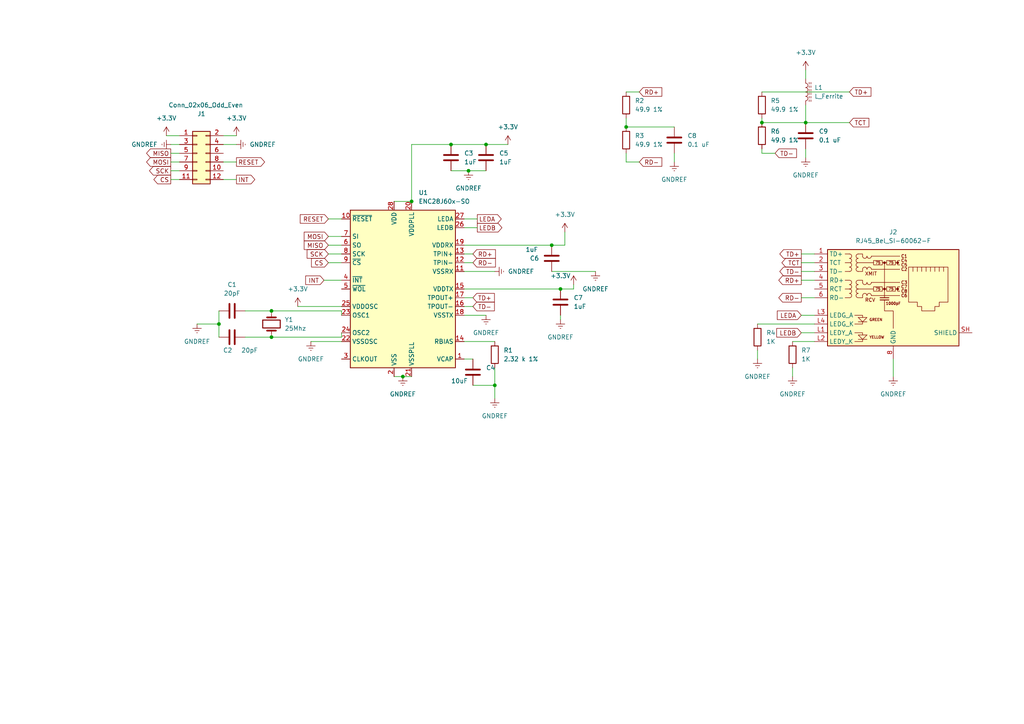
<source format=kicad_sch>
(kicad_sch (version 20211123) (generator eeschema)
  (paper "A4")
  (title_block (title "Modulo Ethernet") (date "21/04/2023") (comment 1 "Claucio Rosa"))
  (lib_symbols
    (symbol "Connector:RJ45_Bel_SI-60062-F"
      (property "Reference" "J" (at 19.05 15.24 0))
      (property "Value" "RJ45_Bel_SI-60062-F" (at -19.05 15.24 0))
      (symbol "RJ45_Bel_SI-60062-F_0_0"
        (circle (center -2.54 2.54) (radius 0.254) (stroke (width 0.254)) (fill (type outline)))
        (circle (center -2.54 10.16) (radius 0.254) (stroke (width 0.254)) (fill (type outline)))
        (polyline (pts (xy -7.62 -12.065) (xy -10.16 -12.065)))
        (polyline (pts (xy -7.62 -6.985) (xy -10.16 -6.985)))
        (polyline (pts (xy -2.54 10.16) (xy -2.54 0)))
        (polyline (pts (xy -1.27 -0.635) (xy -3.81 -0.635)) (stroke (width 0.254)))
        (polyline (pts (xy -1.27 0) (xy -3.81 0)) (stroke (width 0.254)))
        (polyline (pts (xy 1.27 2.54) (xy 0.635 2.54)))
        (polyline (pts (xy 1.27 10.16) (xy 0.635 10.16)))
        (polyline (pts (xy -11.176 -12.7) (xy -8.89 -12.7) (xy -8.89 -12.065)))
        (polyline (pts (xy -11.176 -10.16) (xy -8.89 -10.16) (xy -8.89 -10.795)))
        (polyline (pts (xy -11.176 -5.08) (xy -8.89 -5.08) (xy -8.89 -5.715)))
        (polyline (pts (xy -8.89 -6.985) (xy -8.89 -7.62) (xy -11.176 -7.62)))
        (polyline (pts (xy -10.16 -5.715) (xy -7.62 -5.715) (xy -8.89 -6.985) (xy -10.16 -5.715)))
        (polyline (pts (xy -7.62 -10.795) (xy -10.16 -10.795) (xy -8.89 -12.065) (xy -7.62 -10.795)))
        (polyline (pts (xy -2.54 -0.635) (xy -2.54 -3.81) (xy 0 -3.81) (xy 0 -8.89)))
        (polyline (pts (xy 1.905 3.175) (xy 1.27 3.175) (xy 1.27 1.905) (xy 1.905 1.905)))
        (polyline (pts (xy 1.905 10.795) (xy 1.27 10.795) (xy 1.27 9.525) (xy 1.905 9.525)))
        (circle (center 1.27 2.54) (radius 0.254) (stroke (width 0.254)) (fill (type outline)))
        (circle (center 1.27 10.16) (radius 0.254) (stroke (width 0.254)) (fill (type outline)))
        (text "1000pF" (at 0 -1.651 0) (effects (font (size 0.762 0.762))))
        (text "75" (at -4.445 2.54 0) (effects (font (size 0.762 0.762))))
        (text "75" (at -4.445 10.16 0) (effects (font (size 0.762 0.762))))
        (text "75" (at -0.635 2.54 0) (effects (font (size 0.762 0.762))))
        (text "75" (at -0.635 10.16 0) (effects (font (size 0.762 0.762))))
        (text "C1" (at 3.175 12.065 0) (effects (font (size 0.889 0.889))))
        (text "C2" (at 3.175 8.255 0) (effects (font (size 0.889 0.889))))
        (text "C3" (at 3.175 4.445 0) (effects (font (size 0.889 0.889))))
        (text "C4" (at 3.175 10.795 0) (effects (font (size 0.889 0.889))))
        (text "C5" (at 3.175 9.525 0) (effects (font (size 0.889 0.889))))
        (text "C6" (at 3.175 0.635 0) (effects (font (size 0.889 0.889))))
        (text "C7" (at 3.175 3.175 0) (effects (font (size 0.889 0.889))))
        (text "C8" (at 3.175 1.905 0) (effects (font (size 0.889 0.889))))
        (text "GREEN" (at -6.985 -6.35 0) (effects (font (size 0.762 0.762)) (justify left)))
        (text "RCV" (at -8.255 -0.635 0) (effects (font (size 1.016 1.016)) (justify left)))
        (text "XMIT" (at -8.255 6.985 0) (effects (font (size 1.016 1.016)) (justify left)))
        (text "YELLOW" (at -6.985 -11.43 0) (effects (font (size 0.762 0.762)) (justify left)))
      )
      (symbol "RJ45_Bel_SI-60062-F_0_1"
        (rectangle (start -19.05 -13.97) (end 19.05 13.97) (stroke (width 0.254)) (fill (type background)))
        (arc (start -12.7 0) (mid -12.065 0.635) (end -12.7 1.27))
        (arc (start -12.7 1.27) (mid -12.065 1.905) (end -12.7 2.54))
        (arc (start -12.7 2.54) (mid -12.065 3.175) (end -12.7 3.81))
        (arc (start -12.7 3.81) (mid -12.065 4.445) (end -12.7 5.08))
        (arc (start -12.7 7.62) (mid -12.065 8.255) (end -12.7 8.89))
        (arc (start -12.7 8.89) (mid -12.065 9.525) (end -12.7 10.16))
        (arc (start -12.7 10.16) (mid -12.065 10.795) (end -12.7 11.43))
        (arc (start -12.7 11.43) (mid -12.065 12.065) (end -12.7 12.7))
        (arc (start -10.16 1.27) (mid -10.795 0.635) (end -10.16 0))
        (arc (start -10.16 2.54) (mid -10.795 1.905) (end -10.16 1.27))
        (arc (start -10.16 3.81) (mid -10.795 3.175) (end -10.16 2.54))
        (arc (start -10.16 5.08) (mid -10.795 4.445) (end -10.16 3.81))
        (arc (start -10.16 8.89) (mid -10.795 8.255) (end -10.16 7.62))
        (arc (start -10.16 10.16) (mid -10.795 9.525) (end -10.16 8.89))
        (arc (start -10.16 11.43) (mid -10.795 10.795) (end -10.16 10.16))
        (arc (start -10.16 12.7) (mid -10.795 12.065) (end -10.16 11.43))
        (arc (start -8.89 4.445) (mid -8.255 3.81) (end -7.62 4.445))
        (arc (start -8.89 12.065) (mid -8.255 11.43) (end -7.62 12.065))
        (arc (start -7.62 0.635) (mid -8.255 1.27) (end -8.89 0.635))
        (arc (start -7.62 4.445) (mid -6.985 3.81) (end -6.35 4.445))
        (arc (start -7.62 8.255) (mid -8.255 8.89) (end -8.89 8.255))
        (arc (start -7.62 12.065) (mid -6.985 11.43) (end -6.35 12.065))
        (arc (start -6.35 0.635) (mid -6.985 1.27) (end -7.62 0.635))
        (arc (start -6.35 8.255) (mid -6.985 8.89) (end -7.62 8.255))
        (rectangle (start -5.715 3.175) (end -3.175 1.905))
        (rectangle (start -5.715 10.795) (end -3.175 9.525))
        (rectangle (start -1.905 3.175) (end 0.635 1.905))
        (rectangle (start -1.905 10.795) (end 0.635 9.525))
        (polyline (pts (xy -12.7 0) (xy -13.97 0)))
        (polyline (pts (xy -12.7 2.54) (xy -13.97 2.54)))
        (polyline (pts (xy -12.7 5.08) (xy -13.97 5.08)))
        (polyline (pts (xy -12.7 7.62) (xy -13.97 7.62)))
        (polyline (pts (xy -12.7 10.16) (xy -13.97 10.16)))
        (polyline (pts (xy -12.7 12.7) (xy -13.97 12.7)))
        (polyline (pts (xy -6.35 0.635) (xy 1.905 0.635)))
        (polyline (pts (xy -6.35 4.445) (xy 1.905 4.445)))
        (polyline (pts (xy -6.35 8.255) (xy 1.905 8.255)))
        (polyline (pts (xy -6.35 12.065) (xy 1.905 12.065)))
        (polyline (pts (xy -5.715 2.54) (xy -10.16 2.54)))
        (polyline (pts (xy -5.715 10.16) (xy -10.16 10.16)))
        (polyline (pts (xy -3.175 2.54) (xy -1.905 2.54)))
        (polyline (pts (xy -3.175 10.16) (xy -1.905 10.16)))
        (polyline (pts (xy 5.715 7.62) (xy 5.715 8.89)))
        (polyline (pts (xy 6.985 8.89) (xy 6.985 7.62)))
        (polyline (pts (xy 8.255 8.89) (xy 8.255 7.62)))
        (polyline (pts (xy 9.525 8.89) (xy 9.525 7.62)))
        (polyline (pts (xy 10.795 8.89) (xy 10.795 7.62)))
        (polyline (pts (xy 12.065 8.89) (xy 12.065 7.62)))
        (polyline (pts (xy 13.335 7.62) (xy 13.335 8.89)))
        (polyline (pts (xy 14.605 7.62) (xy 14.605 8.89)))
        (polyline (pts (xy -10.16 5.08) (xy -8.89 5.08) (xy -8.89 4.445)))
        (polyline (pts (xy -10.16 12.7) (xy -8.89 12.7) (xy -8.89 12.065)))
        (polyline (pts (xy -8.89 0.635) (xy -8.89 0) (xy -10.16 0)))
        (polyline (pts (xy -8.89 8.255) (xy -8.89 7.62) (xy -10.16 7.62)))
        (polyline (pts (xy 4.445 8.89) (xy 15.875 8.89) (xy 15.875 -1.27) (xy 13.335 -1.27) (xy 13.335 -2.54) (xy 12.065 -2.54) (xy 12.065 -3.81) (xy 8.255 -3.81) (xy 8.255 -2.54) (xy 6.985 -2.54) (xy 6.985 -1.27) (xy 4.445 -1.27) (xy 4.445 8.89)))
      )
      (symbol "RJ45_Bel_SI-60062-F_1_1"
        (pin passive line (at -22.86 12.7 0) (length 3.81) (name "TD+") (number "1"))
        (pin passive line (at -22.86 10.16 0) (length 3.81) (name "TCT") (number "2"))
        (pin passive line (at -22.86 7.62 0) (length 3.81) (name "TD-") (number "3"))
        (pin passive line (at -22.86 5.08 0) (length 3.81) (name "RD+") (number "4"))
        (pin passive line (at -22.86 2.54 0) (length 3.81) (name "RCT") (number "5"))
        (pin passive line (at -22.86 0 0) (length 3.81) (name "RD-") (number "6"))
        (pin no_connect line (at 5.08 -5.08 0) (length 0) hide (name "NC") (number "7"))
        (pin power_in line (at 0 -17.78 90) (length 3.81) (name "GND") (number "8"))
        (pin passive line (at -22.86 -10.16 0) (length 3.81) (name "LEDY_A") (number "L1"))
        (pin passive line (at -22.86 -12.7 0) (length 3.81) (name "LEDY_K") (number "L2"))
        (pin passive line (at -22.86 -5.08 0) (length 3.81) (name "LEDG_A") (number "L3"))
        (pin passive line (at -22.86 -7.62 0) (length 3.81) (name "LEDG_K") (number "L4"))
        (pin passive line (at 22.86 -10.16 180) (length 3.81) (name "SHIELD") (number "SH"))
      )
    )
    (symbol "Connector_Generic:Conn_02x06_Odd_Even" (pin_names (offset 1.016) hide)
      (property "Reference" "J" (at 1.27 7.62 0))
      (property "Value" "Conn_02x06_Odd_Even" (at 1.27 -10.16 0))
      (symbol "Conn_02x06_Odd_Even_1_1"
        (rectangle (start -1.27 -7.493) (end 0 -7.747) (stroke (width 0.1524)))
        (rectangle (start -1.27 -4.953) (end 0 -5.207) (stroke (width 0.1524)))
        (rectangle (start -1.27 -2.413) (end 0 -2.667) (stroke (width 0.1524)))
        (rectangle (start -1.27 0.127) (end 0 -0.127) (stroke (width 0.1524)))
        (rectangle (start -1.27 2.667) (end 0 2.413) (stroke (width 0.1524)))
        (rectangle (start -1.27 5.207) (end 0 4.953) (stroke (width 0.1524)))
        (rectangle (start -1.27 6.35) (end 3.81 -8.89) (stroke (width 0.254)) (fill (type background)))
        (rectangle (start 3.81 -7.493) (end 2.54 -7.747) (stroke (width 0.1524)))
        (rectangle (start 3.81 -4.953) (end 2.54 -5.207) (stroke (width 0.1524)))
        (rectangle (start 3.81 -2.413) (end 2.54 -2.667) (stroke (width 0.1524)))
        (rectangle (start 3.81 0.127) (end 2.54 -0.127) (stroke (width 0.1524)))
        (rectangle (start 3.81 2.667) (end 2.54 2.413) (stroke (width 0.1524)))
        (rectangle (start 3.81 5.207) (end 2.54 4.953) (stroke (width 0.1524)))
        (pin passive line (at -5.08 5.08 0) (length 3.81) (name "Pin_1") (number "1"))
        (pin passive line (at 7.62 -5.08 180) (length 3.81) (name "Pin_10") (number "10"))
        (pin passive line (at -5.08 -7.62 0) (length 3.81) (name "Pin_11") (number "11"))
        (pin passive line (at 7.62 -7.62 180) (length 3.81) (name "Pin_12") (number "12"))
        (pin passive line (at 7.62 5.08 180) (length 3.81) (name "Pin_2") (number "2"))
        (pin passive line (at -5.08 2.54 0) (length 3.81) (name "Pin_3") (number "3"))
        (pin passive line (at 7.62 2.54 180) (length 3.81) (name "Pin_4") (number "4"))
        (pin passive line (at -5.08 0 0) (length 3.81) (name "Pin_5") (number "5"))
        (pin passive line (at 7.62 0 180) (length 3.81) (name "Pin_6") (number "6"))
        (pin passive line (at -5.08 -2.54 0) (length 3.81) (name "Pin_7") (number "7"))
        (pin passive line (at 7.62 -2.54 180) (length 3.81) (name "Pin_8") (number "8"))
        (pin passive line (at -5.08 -5.08 0) (length 3.81) (name "Pin_9") (number "9"))
      )
    )
    (symbol "Device:C" (pin_numbers hide) (pin_names (offset 0.254))
      (property "Reference" "C" (at 0.635 2.54 0))
      (property "Value" "C" (at 0.635 -2.54 0))
      (symbol "C_0_1"
        (polyline (pts (xy -2.032 -0.762) (xy 2.032 -0.762)) (stroke (width 0.508)))
        (polyline (pts (xy -2.032 0.762) (xy 2.032 0.762)) (stroke (width 0.508)))
      )
      (symbol "C_1_1"
        (pin passive line (at 0 3.81 270) (length 2.794) (name "~") (number "1"))
        (pin passive line (at 0 -3.81 90) (length 2.794) (name "~") (number "2"))
      )
    )
    (symbol "Device:Crystal" (pin_numbers hide) (pin_names (offset 1.016) hide)
      (property "Reference" "Y" (at 0 3.81 0))
      (property "Value" "Crystal" (at 0 -3.81 0))
      (symbol "Crystal_0_1"
        (rectangle (start -1.143 2.54) (end 1.143 -2.54) (stroke (width 0.3048)))
        (polyline (pts (xy -2.54 0) (xy -1.905 0)))
        (polyline (pts (xy -1.905 -1.27) (xy -1.905 1.27)) (stroke (width 0.508)))
        (polyline (pts (xy 1.905 -1.27) (xy 1.905 1.27)) (stroke (width 0.508)))
        (polyline (pts (xy 2.54 0) (xy 1.905 0)))
      )
      (symbol "Crystal_1_1"
        (pin passive line (at -3.81 0 0) (length 1.27) (name "1") (number "1"))
        (pin passive line (at 3.81 0 180) (length 1.27) (name "2") (number "2"))
      )
    )
    (symbol "Device:L_Ferrite" (pin_numbers hide) (pin_names (offset 1.016) hide)
      (property "Reference" "L" (at -1.27 0 90))
      (property "Value" "L_Ferrite" (at 2.794 0 90))
      (symbol "L_Ferrite_0_1"
        (arc (start 0 -2.54) (mid 0.635 -1.905) (end 0 -1.27))
        (arc (start 0 -1.27) (mid 0.635 -0.635) (end 0 0))
        (polyline (pts (xy 1.016 -2.794) (xy 1.016 -2.286)))
        (polyline (pts (xy 1.016 -1.778) (xy 1.016 -1.27)))
        (polyline (pts (xy 1.016 -0.762) (xy 1.016 -0.254)))
        (polyline (pts (xy 1.016 0.254) (xy 1.016 0.762)))
        (polyline (pts (xy 1.016 1.27) (xy 1.016 1.778)))
        (polyline (pts (xy 1.016 2.286) (xy 1.016 2.794)))
        (polyline (pts (xy 1.524 -2.286) (xy 1.524 -2.794)))
        (polyline (pts (xy 1.524 -1.27) (xy 1.524 -1.778)))
        (polyline (pts (xy 1.524 -0.254) (xy 1.524 -0.762)))
        (polyline (pts (xy 1.524 0.762) (xy 1.524 0.254)))
        (polyline (pts (xy 1.524 1.778) (xy 1.524 1.27)))
        (polyline (pts (xy 1.524 2.794) (xy 1.524 2.286)))
        (arc (start 0 0) (mid 0.635 0.635) (end 0 1.27))
        (arc (start 0 1.27) (mid 0.635 1.905) (end 0 2.54))
      )
      (symbol "L_Ferrite_1_1"
        (pin passive line (at 0 3.81 270) (length 1.27) (name "1") (number "1"))
        (pin passive line (at 0 -3.81 90) (length 1.27) (name "2") (number "2"))
      )
    )
    (symbol "Device:R" (pin_numbers hide) (pin_names (offset 0))
      (property "Reference" "R" (at 2.032 0 90))
      (property "Value" "R" (at 0 0 90))
      (symbol "R_0_1"
        (rectangle (start -1.016 -2.54) (end 1.016 2.54) (stroke (width 0.254)))
      )
      (symbol "R_1_1"
        (pin passive line (at 0 3.81 270) (length 1.27) (name "~") (number "1"))
        (pin passive line (at 0 -3.81 90) (length 1.27) (name "~") (number "2"))
      )
    )
    (symbol "Interface_Ethernet:ENC28J60x-SO"
      (property "Reference" "U" (at -13.97 24.13 0))
      (property "Value" "ENC28J60x-SO" (at 5.08 24.13 0))
      (symbol "ENC28J60x-SO_0_1"
        (rectangle (start -15.24 22.86) (end 15.24 -22.86) (stroke (width 0.254)) (fill (type background)))
      )
      (symbol "ENC28J60x-SO_1_1"
        (pin input line (at 17.78 -20.32 180) (length 2.54) (name "VCAP") (number "1"))
        (pin input line (at -17.78 20.32 0) (length 2.54) (name "~{RESET}") (number "10"))
        (pin power_in line (at 17.78 5.08 180) (length 2.54) (name "VSSRX") (number "11"))
        (pin input line (at 17.78 7.62 180) (length 2.54) (name "TPIN-") (number "12"))
        (pin input line (at 17.78 10.16 180) (length 2.54) (name "TPIN+") (number "13"))
        (pin input line (at 17.78 -15.24 180) (length 2.54) (name "RBIAS") (number "14"))
        (pin power_in line (at 17.78 0 180) (length 2.54) (name "VDDTX") (number "15"))
        (pin output line (at 17.78 -5.08 180) (length 2.54) (name "TPOUT-") (number "16"))
        (pin output line (at 17.78 -2.54 180) (length 2.54) (name "TPOUT+") (number "17"))
        (pin power_in line (at 17.78 -7.62 180) (length 2.54) (name "VSSTX") (number "18"))
        (pin power_in line (at 17.78 12.7 180) (length 2.54) (name "VDDRX") (number "19"))
        (pin power_in line (at -2.54 -25.4 90) (length 2.54) (name "VSS") (number "2"))
        (pin power_in line (at 2.54 25.4 270) (length 2.54) (name "VDDPLL") (number "20"))
        (pin power_in line (at 2.54 -25.4 90) (length 2.54) (name "VSSPLL") (number "21"))
        (pin power_in line (at -17.78 -15.24 0) (length 2.54) (name "VSSOSC") (number "22"))
        (pin input line (at -17.78 -7.62 0) (length 2.54) (name "OSC1") (number "23"))
        (pin input line (at -17.78 -12.7 0) (length 2.54) (name "OSC2") (number "24"))
        (pin power_in line (at -17.78 -5.08 0) (length 2.54) (name "VDDOSC") (number "25"))
        (pin output line (at 17.78 17.78 180) (length 2.54) (name "LEDB") (number "26"))
        (pin output line (at 17.78 20.32 180) (length 2.54) (name "LEDA") (number "27"))
        (pin power_in line (at -2.54 25.4 270) (length 2.54) (name "VDD") (number "28"))
        (pin output line (at -17.78 -20.32 0) (length 2.54) (name "CLKOUT") (number "3"))
        (pin output line (at -17.78 2.54 0) (length 2.54) (name "~{INT}") (number "4"))
        (pin output line (at -17.78 0 0) (length 2.54) (name "~{WOL}") (number "5"))
        (pin output line (at -17.78 12.7 0) (length 2.54) (name "SO") (number "6"))
        (pin input line (at -17.78 15.24 0) (length 2.54) (name "SI") (number "7"))
        (pin input line (at -17.78 10.16 0) (length 2.54) (name "SCK") (number "8"))
        (pin input line (at -17.78 7.62 0) (length 2.54) (name "~{CS}") (number "9"))
      )
    )
    (symbol "power:+3.3V" (power) (pin_names (offset 0))
      (property "Value" "+3.3V" (at 0 3.556 0))
      (symbol "+3.3V_0_1"
        (polyline (pts (xy -0.762 1.27) (xy 0 2.54)))
        (polyline (pts (xy 0 0) (xy 0 2.54)))
        (polyline (pts (xy 0 2.54) (xy 0.762 1.27)))
      )
      (symbol "+3.3V_1_1"
        (pin power_in line (at 0 0 90) (length 0) hide (name "+3.3V") (number "1"))
      )
    )
    (symbol "power:GNDREF" (power) (pin_names (offset 0))
      (property "Value" "GNDREF" (at 0 -3.81 0))
      (symbol "GNDREF_0_1"
        (polyline (pts (xy -0.635 -1.905) (xy 0.635 -1.905)))
        (polyline (pts (xy -0.127 -2.54) (xy 0.127 -2.54)))
        (polyline (pts (xy 0 -1.27) (xy 0 0)))
        (polyline (pts (xy 1.27 -1.27) (xy -1.27 -1.27)))
      )
      (symbol "GNDREF_1_1"
        (pin power_in line (at 0 0 270) (length 0) hide (name "GNDREF") (number "1"))
      )
    )
  )
  (junction (at 140.97 41.91))
  (junction (at 119.38 58.42))
  (junction (at 78.74 90.17))
  (junction (at 116.84 109.22))
  (junction (at 220.98 35.56))
  (junction (at 135.89 49.53))
  (junction (at 78.74 97.79))
  (junction (at 130.81 41.91))
  (junction (at 63.5 93.98))
  (junction (at 143.51 111.76))
  (junction (at 162.56 83.82))
  (junction (at 181.61 36.83))
  (junction (at 233.68 35.56))
  (junction (at 160.02 71.12))
  (wire (pts (xy 130.81 49.53) (xy 135.89 49.53)))
  (wire (pts (xy 140.97 41.91) (xy 130.81 41.91)))
  (wire (pts (xy 135.89 49.53) (xy 140.97 49.53)))
  (wire (pts (xy 64.77 46.99) (xy 68.58 46.99)))
  (wire (pts (xy 220.98 35.56) (xy 233.68 35.56)))
  (wire (pts (xy 162.56 83.82) (xy 166.37 83.82)))
  (wire (pts (xy 219.71 93.98) (xy 236.22 93.98)))
  (wire (pts (xy 71.12 90.17) (xy 78.74 90.17)))
  (wire (pts (xy 95.25 68.58) (xy 99.06 68.58)))
  (wire (pts (xy 134.62 73.66) (xy 137.16 73.66)))
  (wire (pts (xy 93.98 81.28) (xy 99.06 81.28)))
  (wire (pts (xy 163.83 71.12) (xy 163.83 67.31)))
  (wire (pts (xy 181.61 36.83) (xy 195.58 36.83)))
  (wire (pts (xy 134.62 66.04) (xy 138.43 66.04)))
  (wire (pts (xy 233.68 43.18) (xy 233.68 45.72)))
  (wire (pts (xy 134.62 99.06) (xy 143.51 99.06)))
  (wire (pts (xy 78.74 90.17) (xy 99.06 90.17)))
  (wire (pts (xy 162.56 91.44) (xy 162.56 92.71)))
  (wire (pts (xy 220.98 26.67) (xy 246.38 26.67)))
  (wire (pts (xy 130.81 41.91) (xy 119.38 41.91)))
  (wire (pts (xy 86.36 88.9) (xy 99.06 88.9)))
  (wire (pts (xy 134.62 86.36) (xy 137.16 86.36)))
  (wire (pts (xy 49.53 49.53) (xy 52.07 49.53)))
  (wire (pts (xy 147.32 41.91) (xy 140.97 41.91)))
  (wire (pts (xy 63.5 93.98) (xy 63.5 90.17)))
  (wire (pts (xy 57.15 93.98) (xy 63.5 93.98)))
  (wire (pts (xy 233.68 20.32) (xy 233.68 22.86)))
  (wire (pts (xy 134.62 63.5) (xy 138.43 63.5)))
  (wire (pts (xy 181.61 34.29) (xy 181.61 36.83)))
  (wire (pts (xy 232.41 86.36) (xy 236.22 86.36)))
  (wire (pts (xy 160.02 78.74) (xy 172.72 78.74)))
  (wire (pts (xy 48.26 39.37) (xy 52.07 39.37)))
  (wire (pts (xy 233.68 35.56) (xy 246.38 35.56)))
  (wire (pts (xy 229.87 99.06) (xy 236.22 99.06)))
  (wire (pts (xy 49.53 52.07) (xy 52.07 52.07)))
  (wire (pts (xy 64.77 41.91) (xy 68.58 41.91)))
  (wire (pts (xy 143.51 111.76) (xy 143.51 115.57)))
  (wire (pts (xy 160.02 71.12) (xy 163.83 71.12)))
  (wire (pts (xy 95.25 71.12) (xy 99.06 71.12)))
  (wire (pts (xy 134.62 71.12) (xy 160.02 71.12)))
  (wire (pts (xy 63.5 93.98) (xy 63.5 97.79)))
  (wire (pts (xy 219.71 101.6) (xy 219.71 104.14)))
  (wire (pts (xy 134.62 91.44) (xy 140.97 91.44)))
  (wire (pts (xy 233.68 30.48) (xy 233.68 35.56)))
  (wire (pts (xy 90.17 99.06) (xy 99.06 99.06)))
  (wire (pts (xy 181.61 46.99) (xy 185.42 46.99)))
  (wire (pts (xy 64.77 39.37) (xy 68.58 39.37)))
  (wire (pts (xy 229.87 106.68) (xy 229.87 109.22)))
  (wire (pts (xy 114.3 109.22) (xy 116.84 109.22)))
  (wire (pts (xy 119.38 41.91) (xy 119.38 58.42)))
  (wire (pts (xy 220.98 44.45) (xy 220.98 43.18)))
  (wire (pts (xy 143.51 106.68) (xy 143.51 111.76)))
  (wire (pts (xy 181.61 26.67) (xy 185.42 26.67)))
  (wire (pts (xy 232.41 78.74) (xy 236.22 78.74)))
  (wire (pts (xy 232.41 76.2) (xy 236.22 76.2)))
  (wire (pts (xy 137.16 111.76) (xy 143.51 111.76)))
  (wire (pts (xy 220.98 34.29) (xy 220.98 35.56)))
  (wire (pts (xy 181.61 44.45) (xy 181.61 46.99)))
  (wire (pts (xy 116.84 109.22) (xy 119.38 109.22)))
  (wire (pts (xy 134.62 104.14) (xy 137.16 104.14)))
  (wire (pts (xy 134.62 83.82) (xy 162.56 83.82)))
  (wire (pts (xy 49.53 46.99) (xy 52.07 46.99)))
  (wire (pts (xy 134.62 78.74) (xy 143.51 78.74)))
  (wire (pts (xy 119.38 58.42) (xy 114.3 58.42)))
  (wire (pts (xy 49.53 44.45) (xy 52.07 44.45)))
  (wire (pts (xy 134.62 76.2) (xy 137.16 76.2)))
  (wire (pts (xy 64.77 52.07) (xy 68.58 52.07)))
  (wire (pts (xy 232.41 91.44) (xy 236.22 91.44)))
  (wire (pts (xy 95.25 63.5) (xy 99.06 63.5)))
  (wire (pts (xy 78.74 97.79) (xy 99.06 97.79)))
  (wire (pts (xy 232.41 73.66) (xy 236.22 73.66)))
  (wire (pts (xy 134.62 88.9) (xy 137.16 88.9)))
  (wire (pts (xy 166.37 83.82) (xy 166.37 82.55)))
  (wire (pts (xy 95.25 76.2) (xy 99.06 76.2)))
  (wire (pts (xy 259.08 104.14) (xy 259.08 109.22)))
  (wire (pts (xy 99.06 97.79) (xy 99.06 96.52)))
  (wire (pts (xy 232.41 81.28) (xy 236.22 81.28)))
  (wire (pts (xy 71.12 97.79) (xy 78.74 97.79)))
  (wire (pts (xy 195.58 44.45) (xy 195.58 46.99)))
  (wire (pts (xy 49.53 41.91) (xy 52.07 41.91)))
  (wire (pts (xy 224.79 44.45) (xy 220.98 44.45)))
  (wire (pts (xy 99.06 90.17) (xy 99.06 91.44)))
  (wire (pts (xy 95.25 73.66) (xy 99.06 73.66)))
  (wire (pts (xy 232.41 96.52) (xy 236.22 96.52)))
  (global_label "CS" (shape input) (at 95.25 76.2 180) (property "Intersheet References" "${INTERSHEET_REFS}" (effects hide)))
  (global_label "RD-" (shape input) (at 137.16 76.2 0) (property "Intersheet References" "${INTERSHEET_REFS}" (effects hide)))
  (global_label "RD-" (shape output) (at 232.41 86.36 180) (property "Intersheet References" "${INTERSHEET_REFS}" (effects hide)))
  (global_label "CS" (shape output) (at 49.53 52.07 180) (property "Intersheet References" "${INTERSHEET_REFS}" (effects hide)))
  (global_label "RD+" (shape input) (at 137.16 73.66 0) (property "Intersheet References" "${INTERSHEET_REFS}" (effects hide)))
  (global_label "SCK" (shape output) (at 49.53 49.53 180) (property "Intersheet References" "${INTERSHEET_REFS}" (effects hide)))
  (global_label "RESET" (shape output) (at 68.58 46.99 0) (property "Intersheet References" "${INTERSHEET_REFS}" (effects hide)))
  (global_label "TD+" (shape input) (at 246.38 26.67 0) (property "Intersheet References" "${INTERSHEET_REFS}" (effects hide)))
  (global_label "LEDB" (shape input) (at 232.41 96.52 180) (property "Intersheet References" "${INTERSHEET_REFS}" (effects hide)))
  (global_label "INT" (shape output) (at 68.58 52.07 0) (property "Intersheet References" "${INTERSHEET_REFS}" (effects hide)))
  (global_label "TD+" (shape input) (at 137.16 86.36 0) (property "Intersheet References" "${INTERSHEET_REFS}" (effects hide)))
  (global_label "TD-" (shape input) (at 137.16 88.9 0) (property "Intersheet References" "${INTERSHEET_REFS}" (effects hide)))
  (global_label "LEDA" (shape input) (at 232.41 91.44 180) (property "Intersheet References" "${INTERSHEET_REFS}" (effects hide)))
  (global_label "TD+" (shape output) (at 232.41 73.66 180) (property "Intersheet References" "${INTERSHEET_REFS}" (effects hide)))
  (global_label "TCT" (shape output) (at 232.41 76.2 180) (property "Intersheet References" "${INTERSHEET_REFS}" (effects hide)))
  (global_label "MISO" (shape output) (at 49.53 44.45 180) (property "Intersheet References" "${INTERSHEET_REFS}" (effects hide)))
  (global_label "LEDB" (shape output) (at 138.43 66.04 0) (property "Intersheet References" "${INTERSHEET_REFS}" (effects hide)))
  (global_label "TCT" (shape input) (at 246.38 35.56 0) (property "Intersheet References" "${INTERSHEET_REFS}" (effects hide)))
  (global_label "MOSI" (shape output) (at 49.53 46.99 180) (property "Intersheet References" "${INTERSHEET_REFS}" (effects hide)))
  (global_label "SCK" (shape input) (at 95.25 73.66 180) (property "Intersheet References" "${INTERSHEET_REFS}" (effects hide)))
  (global_label "MISO" (shape input) (at 95.25 71.12 180) (property "Intersheet References" "${INTERSHEET_REFS}" (effects hide)))
  (global_label "RD+" (shape input) (at 185.42 26.67 0) (property "Intersheet References" "${INTERSHEET_REFS}" (effects hide)))
  (global_label "RESET" (shape input) (at 95.25 63.5 180) (property "Intersheet References" "${INTERSHEET_REFS}" (effects hide)))
  (global_label "TD-" (shape output) (at 232.41 78.74 180) (property "Intersheet References" "${INTERSHEET_REFS}" (effects hide)))
  (global_label "INT" (shape input) (at 93.98 81.28 180) (property "Intersheet References" "${INTERSHEET_REFS}" (effects hide)))
  (global_label "LEDA" (shape output) (at 138.43 63.5 0) (property "Intersheet References" "${INTERSHEET_REFS}" (effects hide)))
  (global_label "MOSI" (shape input) (at 95.25 68.58 180) (property "Intersheet References" "${INTERSHEET_REFS}" (effects hide)))
  (global_label "TD-" (shape input) (at 224.79 44.45 0) (property "Intersheet References" "${INTERSHEET_REFS}" (effects hide)))
  (global_label "RD-" (shape input) (at 185.42 46.99 0) (property "Intersheet References" "${INTERSHEET_REFS}" (effects hide)))
  (global_label "RD+" (shape output) (at 232.41 81.28 180) (property "Intersheet References" "${INTERSHEET_REFS}" (effects hide)))
  (symbol (lib_id "power:GNDREF") (at 140.97 91.44 0) (unit 1)
    (property "Reference" "#PWR010" (effects hide))
    (property "Value" "GNDREF" (at 140.97 96.52 0))
  )
  (symbol (lib_id "Device:R") (at 220.98 30.48 0) (unit 1)
    (property "Reference" "R5" (at 223.52 29.2099 0) (effects (justify left)))
    (property "Value" "49.9 1%" (at 223.52 31.7499 0) (effects (justify left)))
    (property "Footprint" "Resistor_SMD:R_1210_3225Metric_Pad1.30x2.65mm_HandSolder" (effects hide))
  )
  (symbol (lib_id "Connector:RJ45_Bel_SI-60062-F") (at 259.08 86.36 0) (unit 1)
    (property "Reference" "J2" (at 259.08 67.31 0))
    (property "Value" "RJ45_Bel_SI-60062-F" (at 259.08 69.85 0))
    (property "Footprint" "Connector_RJ:RJ45_Bel_SI-60062-F" (effects hide))
    (property "Datasheet" "https://belfuse.com/resources/drawings/magneticsolutions/dr-mag-si-60062-f.pdf" (effects hide))
  )
  (symbol (lib_id "power:GNDREF") (at 229.87 109.22 0) (unit 1)
    (property "Reference" "#PWR018" (effects hide))
    (property "Value" "GNDREF" (at 229.87 114.3 0))
  )
  (symbol (lib_id "power:+3.3V") (at 68.58 39.37 0) (unit 1)
    (property "Reference" "#PWR04" (effects hide))
    (property "Value" "+3.3V" (at 68.58 34.29 0))
  )
  (symbol (lib_id "power:GNDREF") (at 259.08 109.22 0) (unit 1)
    (property "Reference" "#PWR021" (effects hide))
    (property "Value" "GNDREF" (at 259.08 114.3 0))
  )
  (symbol (lib_id "Device:L_Ferrite") (at 233.68 26.67 0) (unit 1)
    (property "Reference" "L1" (at 236.22 25.3999 0) (effects (justify left)))
    (property "Value" "L_Ferrite" (at 236.22 27.9399 0) (effects (justify left)))
    (property "Footprint" "Resistor_SMD:R_1206_3216Metric_Pad1.30x1.75mm_HandSolder" (effects hide))
  )
  (symbol (lib_id "Device:C") (at 130.81 45.72 0) (unit 1)
    (property "Reference" "C3" (at 134.62 44.4499 0) (effects (justify left)))
    (property "Value" "1uF" (at 134.62 46.9899 0) (effects (justify left)))
    (property "Footprint" "Resistor_SMD:R_1210_3225Metric_Pad1.30x2.65mm_HandSolder" (effects hide))
  )
  (symbol (lib_id "power:GNDREF") (at 49.53 41.91 270) (unit 1)
    (property "Reference" "#PWR02" (effects hide))
    (property "Value" "GNDREF" (at 38.1 41.91 90) (effects (justify left)))
  )
  (symbol (lib_id "power:GNDREF") (at 90.17 99.06 0) (unit 1)
    (property "Reference" "#PWR07" (effects hide))
    (property "Value" "GNDREF" (at 90.17 104.14 0))
  )
  (symbol (lib_id "Device:Crystal") (at 78.74 93.98 90) (unit 1)
    (property "Reference" "Y1" (at 82.55 92.7099 90) (effects (justify right)))
    (property "Value" "25Mhz" (at 82.55 95.2499 90) (effects (justify right)))
    (property "Footprint" "Crystal:Crystal_HC49-4H_Vertical" (effects hide))
  )
  (symbol (lib_id "power:GNDREF") (at 143.51 78.74 90) (unit 1)
    (property "Reference" "#PWR011" (effects hide))
    (property "Value" "GNDREF" (at 147.32 78.7399 90) (effects (justify right)))
  )
  (symbol (lib_id "Device:R") (at 220.98 39.37 0) (unit 1)
    (property "Reference" "R6" (at 223.52 38.0999 0) (effects (justify left)))
    (property "Value" "49.9 1%" (at 223.52 40.6399 0) (effects (justify left)))
    (property "Footprint" "Resistor_SMD:R_1210_3225Metric_Pad1.30x2.65mm_HandSolder" (effects hide))
  )
  (symbol (lib_id "power:GNDREF") (at 143.51 115.57 0) (unit 1)
    (property "Reference" "#PWR012" (effects hide))
    (property "Value" "GNDREF" (at 143.51 120.65 0))
  )
  (symbol (lib_id "Device:C") (at 67.31 97.79 90) (unit 1)
    (property "Reference" "C2" (at 66.04 101.6 90))
    (property "Value" "20pF" (at 72.39 101.6 90))
    (property "Footprint" "Resistor_SMD:R_1210_3225Metric_Pad1.30x2.65mm_HandSolder" (effects hide))
  )
  (symbol (lib_id "Device:R") (at 219.71 97.79 0) (unit 1)
    (property "Reference" "R4" (at 222.25 96.5199 0) (effects (justify left)))
    (property "Value" "1K" (at 222.25 99.0599 0) (effects (justify left)))
    (property "Footprint" "Resistor_SMD:R_1210_3225Metric_Pad1.30x2.65mm_HandSolder" (effects hide))
  )
  (symbol (lib_id "Device:R") (at 229.87 102.87 0) (unit 1)
    (property "Reference" "R7" (at 232.41 101.5999 0) (effects (justify left)))
    (property "Value" "1K" (at 232.41 104.1399 0) (effects (justify left)))
    (property "Footprint" "Resistor_SMD:R_1210_3225Metric_Pad1.30x2.65mm_HandSolder" (effects hide))
  )
  (symbol (lib_id "power:+3.3V") (at 147.32 41.91 0) (unit 1)
    (property "Reference" "#PWR013" (effects hide))
    (property "Value" "+3.3V" (at 147.32 36.83 0))
  )
  (symbol (lib_id "Interface_Ethernet:ENC28J60x-SO") (at 116.84 83.82 0) (unit 1)
    (property "Reference" "U1" (at 121.3994 55.88 0) (effects (justify left)))
    (property "Value" "ENC28J60x-SO" (at 121.3994 58.42 0) (effects (justify left)))
    (property "Footprint" "Package_SO:SOIC-28W_7.5x17.9mm_P1.27mm" (effects hide))
    (property "Datasheet" "http://ww1.microchip.com/downloads/en/devicedoc/39662e.pdf" (effects hide))
  )
  (symbol (lib_id "Device:C") (at 67.31 90.17 90) (unit 1)
    (property "Reference" "C1" (at 67.31 82.55 90))
    (property "Value" "20pF" (at 67.31 85.09 90))
    (property "Footprint" "Resistor_SMD:R_1210_3225Metric_Pad1.30x2.65mm_HandSolder" (effects hide))
  )
  (symbol (lib_id "power:GNDREF") (at 135.89 49.53 0) (unit 1)
    (property "Reference" "#PWR09" (effects hide))
    (property "Value" "GNDREF" (at 135.89 54.61 0))
  )
  (symbol (lib_id "power:GNDREF") (at 219.71 104.14 0) (unit 1)
    (property "Reference" "#PWR017" (effects hide))
    (property "Value" "GNDREF" (at 219.71 109.22 0))
  )
  (symbol (lib_id "power:GNDREF") (at 116.84 109.22 0) (unit 1)
    (property "Reference" "#PWR08" (effects hide))
    (property "Value" "GNDREF" (at 116.84 114.3 0))
  )
  (symbol (lib_id "Connector_Generic:Conn_02x06_Odd_Even") (at 57.15 44.45 0) (unit 1)
    (property "Reference" "J1" (at 58.42 33.02 0))
    (property "Value" "Conn_02x06_Odd_Even" (at 59.69 30.48 0))
    (property "Footprint" "PinHeader_2x06_P1.27mm_Vertical" (effects hide))
  )
  (symbol (lib_id "power:GNDREF") (at 162.56 92.71 0) (unit 1)
    (property "Reference" "#PWR014" (effects hide))
    (property "Value" "GNDREF" (at 162.56 97.79 0))
  )
  (symbol (lib_id "power:+3.3V") (at 163.83 67.31 0) (unit 1)
    (property "Reference" "#PWR0101" (effects hide))
    (property "Value" "+3.3V" (at 163.83 62.23 0))
  )
  (symbol (lib_id "Device:C") (at 162.56 87.63 0) (unit 1)
    (property "Reference" "C7" (at 166.37 86.3599 0) (effects (justify left)))
    (property "Value" "1uF" (at 166.37 88.8999 0) (effects (justify left)))
    (property "Footprint" "Resistor_SMD:R_1210_3225Metric_Pad1.30x2.65mm_HandSolder" (effects hide))
  )
  (symbol (lib_id "Device:C") (at 140.97 45.72 0) (unit 1)
    (property "Reference" "C5" (at 144.78 44.4499 0) (effects (justify left)))
    (property "Value" "1uF" (at 144.78 46.9899 0) (effects (justify left)))
    (property "Footprint" "Resistor_SMD:R_1210_3225Metric_Pad1.30x2.65mm_HandSolder" (effects hide))
  )
  (symbol (lib_id "Device:C") (at 160.02 74.93 0) (unit 1)
    (property "Reference" "C6" (at 153.67 74.93 0) (effects (justify left)))
    (property "Value" "1uF" (at 152.4 72.39 0) (effects (justify left)))
    (property "Footprint" "Resistor_SMD:R_1210_3225Metric_Pad1.30x2.65mm_HandSolder" (effects hide))
  )
  (symbol (lib_id "power:+3.3V") (at 86.36 88.9 0) (unit 1)
    (property "Reference" "#PWR06" (effects hide))
    (property "Value" "+3.3V" (at 86.36 83.82 0))
  )
  (symbol (lib_id "power:+3.3V") (at 48.26 39.37 0) (unit 1)
    (property "Reference" "#PWR01" (effects hide))
    (property "Value" "+3.3V" (at 48.26 34.29 0))
  )
  (symbol (lib_id "power:GNDREF") (at 195.58 46.99 0) (unit 1)
    (property "Reference" "#PWR016" (effects hide))
    (property "Value" "GNDREF" (at 195.58 52.07 0))
  )
  (symbol (lib_id "Device:C") (at 137.16 107.95 0) (unit 1)
    (property "Reference" "C4" (at 140.97 106.6799 0) (effects (justify left)))
    (property "Value" "10uF" (at 130.81 110.49 0) (effects (justify left)))
    (property "Footprint" "Resistor_SMD:R_1210_3225Metric_Pad1.30x2.65mm_HandSolder" (effects hide))
  )
  (symbol (lib_id "Device:R") (at 181.61 30.48 0) (unit 1)
    (property "Reference" "R2" (at 184.15 29.2099 0) (effects (justify left)))
    (property "Value" "49.9 1%" (at 184.15 31.7499 0) (effects (justify left)))
    (property "Footprint" "Resistor_SMD:R_1210_3225Metric_Pad1.30x2.65mm_HandSolder" (effects hide))
  )
  (symbol (lib_id "power:GNDREF") (at 172.72 78.74 0) (unit 1)
    (property "Reference" "#PWR0102" (effects hide))
    (property "Value" "GNDREF" (at 172.72 83.82 0))
  )
  (symbol (lib_id "Device:C") (at 233.68 39.37 0) (unit 1)
    (property "Reference" "C9" (at 237.49 38.0999 0) (effects (justify left)))
    (property "Value" "0.1 uF" (at 237.49 40.6399 0) (effects (justify left)))
    (property "Footprint" "Resistor_SMD:R_1210_3225Metric_Pad1.30x2.65mm_HandSolder" (effects hide))
  )
  (symbol (lib_id "power:GNDREF") (at 68.58 41.91 90) (unit 1)
    (property "Reference" "#PWR05" (effects hide))
    (property "Value" "GNDREF" (at 72.39 41.9099 90) (effects (justify right)))
  )
  (symbol (lib_id "power:+3.3V") (at 166.37 82.55 0) (unit 1)
    (property "Reference" "#PWR015" (effects hide))
    (property "Value" "+3.3V" (at 162.56 80.01 0))
  )
  (symbol (lib_id "Device:C") (at 195.58 40.64 0) (unit 1)
    (property "Reference" "C8" (at 199.39 39.3699 0) (effects (justify left)))
    (property "Value" "0.1 uF" (at 199.39 41.9099 0) (effects (justify left)))
    (property "Footprint" "Resistor_SMD:R_1210_3225Metric_Pad1.30x2.65mm_HandSolder" (effects hide))
  )
  (symbol (lib_id "power:GNDREF") (at 233.68 45.72 0) (unit 1)
    (property "Reference" "#PWR020" (effects hide))
    (property "Value" "GNDREF" (at 233.68 50.8 0))
  )
  (symbol (lib_id "power:+3.3V") (at 233.68 20.32 0) (unit 1)
    (property "Reference" "#PWR019" (effects hide))
    (property "Value" "+3.3V" (at 233.68 15.24 0))
  )
  (symbol (lib_id "Device:R") (at 143.51 102.87 0) (unit 1)
    (property "Reference" "R1" (at 146.05 101.5999 0) (effects (justify left)))
    (property "Value" "2.32 k 1%" (at 146.05 104.1399 0) (effects (justify left)))
    (property "Footprint" "Resistor_SMD:R_1210_3225Metric_Pad1.30x2.65mm_HandSolder" (effects hide))
  )
  (symbol (lib_id "Device:R") (at 181.61 40.64 0) (unit 1)
    (property "Reference" "R3" (at 184.15 39.3699 0) (effects (justify left)))
    (property "Value" "49.9 1%" (at 184.15 41.9099 0) (effects (justify left)))
    (property "Footprint" "Resistor_SMD:R_1210_3225Metric_Pad1.30x2.65mm_HandSolder" (effects hide))
  )
  (symbol (lib_id "power:GNDREF") (at 57.15 93.98 0) (unit 1)
    (property "Reference" "#PWR03" (effects hide))
    (property "Value" "GNDREF" (at 57.15 99.06 0))
  )
)
</source>
